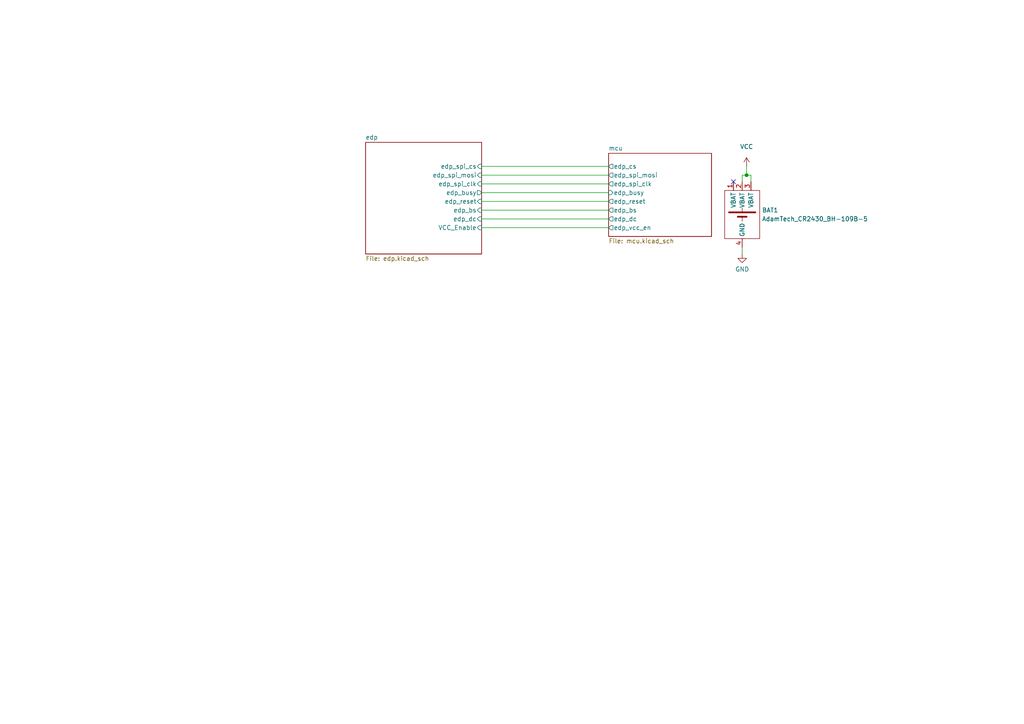
<source format=kicad_sch>
(kicad_sch (version 20211123) (generator eeschema)
  (paper "A4")
  (lib_symbols
    (symbol "CoinCellHolder:AdamTech_CR2430_BH-109B-5"
      (property "Reference" "BAT" (at 0 0 0))
      (property "Value" "AdamTech_CR2430_BH-109B-5" (at 1.27 -2.54 0))
      (symbol "AdamTech_CR2430_BH-109B-5_0_1"
        (rectangle (start -8.89 -17.78) (end 1.27 -31.75))
        (polyline (pts (xy -7.62 -24.13) (xy 0 -24.13)) (stroke (width 0.5)))
        (polyline (pts (xy -5.08 -25.4) (xy -2.54 -25.4)) (stroke (width 0.5)))
        (polyline (pts (xy -3.81 -25.4) (xy -3.81 -26.67)))
        (polyline (pts (xy -3.81 -24.13) (xy -3.81 -22.86)))
      )
      (symbol "AdamTech_CR2430_BH-109B-5_1_1"
        (pin power_out line (at -6.35 -15.24 270) (length 2.54) (name "VBAT") (number "1"))
        (pin power_out line (at -3.81 -15.24 270) (length 2.54) (name "VBAT") (number "2"))
        (pin power_out line (at -1.27 -15.24 270) (length 2.54) (name "VBAT") (number "3"))
        (pin power_out line (at -3.81 -34.29 90) (length 2.54) (name "GND") (number "4"))
      )
    )
    (symbol "power:GND" (power) (pin_names (offset 0))
      (property "Value" "GND" (at 0 -3.81 0))
      (symbol "GND_0_1"
        (polyline (pts (xy 0 0) (xy 0 -1.27) (xy 1.27 -1.27) (xy 0 -2.54) (xy -1.27 -1.27) (xy 0 -1.27)))
      )
      (symbol "GND_1_1"
        (pin power_in line (at 0 0 270) (length 0) hide (name "GND") (number "1"))
      )
    )
    (symbol "power:VCC" (power) (pin_names (offset 0))
      (property "Value" "VCC" (at 0 3.81 0))
      (symbol "VCC_0_1"
        (polyline (pts (xy -0.762 1.27) (xy 0 2.54)))
        (polyline (pts (xy 0 0) (xy 0 2.54)))
        (polyline (pts (xy 0 2.54) (xy 0.762 1.27)))
      )
      (symbol "VCC_1_1"
        (pin power_in line (at 0 0 90) (length 0) hide (name "VCC") (number "1"))
      )
    )
  )
  (junction (at 216.535 50.8))
  (no_connect (at 212.725 52.705))
  (wire (pts (xy 215.265 71.755) (xy 215.265 73.66)))
  (wire (pts (xy 139.7 55.88) (xy 176.53 55.88)))
  (wire (pts (xy 139.7 53.34) (xy 176.53 53.34)))
  (wire (pts (xy 139.7 50.8) (xy 176.53 50.8)))
  (wire (pts (xy 139.7 66.04) (xy 176.53 66.04)))
  (wire (pts (xy 216.535 50.8) (xy 215.265 50.8)))
  (wire (pts (xy 217.805 50.8) (xy 216.535 50.8)))
  (wire (pts (xy 139.7 58.42) (xy 176.53 58.42)))
  (wire (pts (xy 139.7 48.26) (xy 176.53 48.26)))
  (wire (pts (xy 216.535 48.26) (xy 216.535 50.8)))
  (wire (pts (xy 215.265 50.8) (xy 215.265 52.705)))
  (wire (pts (xy 139.7 60.96) (xy 176.53 60.96)))
  (wire (pts (xy 217.805 52.705) (xy 217.805 50.8)))
  (wire (pts (xy 139.7 63.5) (xy 176.53 63.5)))
  (symbol (lib_id "power:GND") (at 215.265 73.66 0) (unit 1)
    (property "Reference" "#PWR014" (effects hide))
    (property "Value" "GND" (at 215.265 78.105 0))
  )
  (symbol (lib_id "CoinCellHolder:AdamTech_CR2430_BH-109B-5") (at 219.075 37.465 0) (unit 1)
    (property "Reference" "BAT1" (at 220.98 60.9599 0) (effects (justify left)))
    (property "Value" "AdamTech_CR2430_BH-109B-5" (at 220.98 63.4999 0) (effects (justify left)))
    (property "Footprint" "CoinCellHolder:AdamTech_CR2430_BH-109B-5_num_pads" (effects hide))
  )
  (symbol (lib_id "power:VCC") (at 216.535 48.26 0) (unit 1)
    (property "Reference" "#PWR03" (effects hide))
    (property "Value" "VCC" (at 216.535 42.545 0))
  )
  (sheet (at 106.045 41.275) (size 33.655 32.385) (stroke (width 0.1524))
    (property "Sheet name" "edp" (at 106.045 40.5634 0) (effects (justify left bottom)))
    (property "Sheet file" "edp.kicad_sch" (at 106.045 74.2446 0) (effects (justify left top)))
    (pin "edp_busy" output (at 139.7 55.88 0))
    (pin "edp_spi_clk" input (at 139.7 53.34 0))
    (pin "edp_bs" input (at 139.7 60.96 0))
    (pin "edp_reset" input (at 139.7 58.42 0))
    (pin "edp_spi_mosi" input (at 139.7 50.8 0))
    (pin "edp_spi_cs" input (at 139.7 48.26 0))
    (pin "edp_dc" input (at 139.7 63.5 0))
    (pin "VCC_Enable" input (at 139.7 66.04 0))
  )
  (sheet (at 176.53 44.45) (size 29.845 24.13) (stroke (width 0.1524))
    (property "Sheet name" "mcu" (at 176.53 43.7384 0) (effects (justify left bottom)))
    (property "Sheet file" "mcu.kicad_sch" (at 176.53 69.1646 0) (effects (justify left top)))
    (pin "edp_cs" output (at 176.53 48.26 180))
    (pin "edp_spi_mosi" output (at 176.53 50.8 180))
    (pin "edp_spi_clk" output (at 176.53 53.34 180))
    (pin "edp_busy" input (at 176.53 55.88 180))
    (pin "edp_reset" output (at 176.53 58.42 180))
    (pin "edp_bs" output (at 176.53 60.96 180))
    (pin "edp_dc" output (at 176.53 63.5 180))
    (pin "edp_vcc_en" output (at 176.53 66.04 180))
  )
)
</source>
